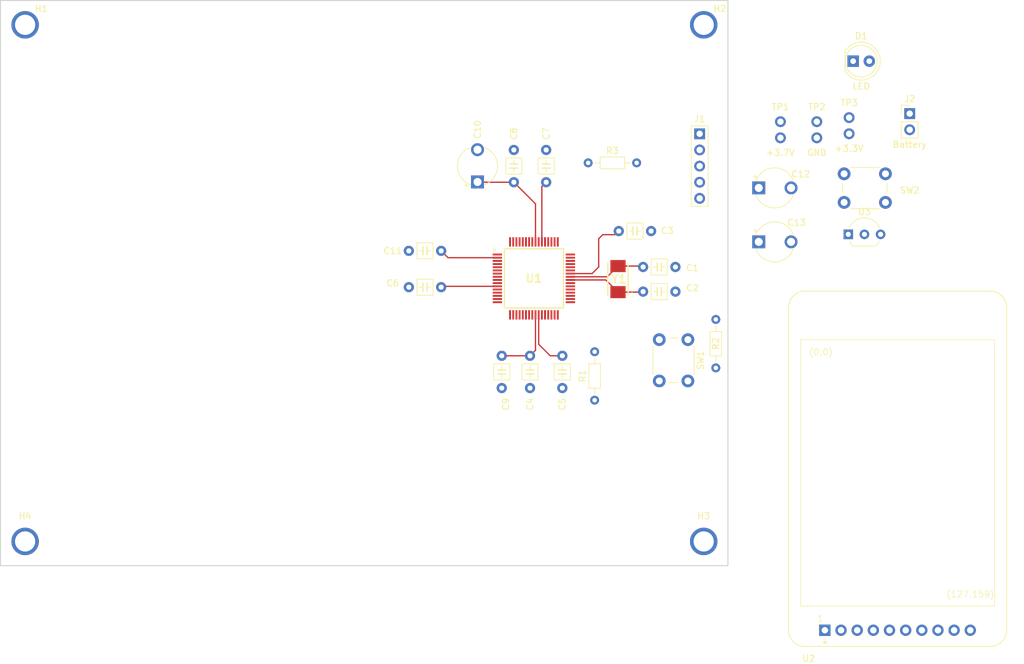
<source format=kicad_pcb>
(kicad_pcb (version 20241229) (generator "pcbnew") (generator_version "9.0")
  (title_block (title "ECE 445L Lab 6") (date "2024-08-07") (rev "v1.0.1") (company "The University of Texas at Austin"))
  (layers (0 "F.Cu" signal) (2 "B.Cu" signal) (13 "F.Paste" user) (15 "B.Paste" user) (5 "F.SilkS" user "F.Silkscreen") (7 "B.SilkS" user "B.Silkscreen") (1 "F.Mask" user) (3 "B.Mask" user) (25 "Edge.Cuts" user))
  (net 0 "")
  (net 1 "/OSC1")
  (net 2 "GND")
  (net 3 "/OSC2")
  (net 4 "+3V3")
  (net 5 "/LDO")
  (net 6 "Net-(U1-~{WAKE})")
  (net 7 "/Reset")
  (net 10 "PD6")
  (net 21 "/+3_7V")
  (net 22 "/TCK")
  (net 25 "/TMS")
  (net 26 "/TDI")
  (net 27 "/TDO")
  (net 30 "PB6")
  (net 31 "PB7")
  (net 32 "PF4")
  (net 33 "PE3")
  (net 34 "PE2")
  (net 35 "PE1")
  (net 36 "PE0")
  (net 37 "PD7")
  (net 38 "PC7")
  (net 39 "PC6")
  (net 40 "PC5")
  (net 41 "PC4")
  (net 42 "PA0")
  (net 43 "PA1")
  (net 44 "PA2")
  (net 45 "PA3")
  (net 46 "PA4")
  (net 47 "PA5")
  (net 48 "PA6")
  (net 49 "PA7")
  (net 50 "PF0")
  (net 51 "PF1")
  (net 52 "PF2")
  (net 53 "PF3")
  (net 54 "PD4")
  (net 55 "PD5")
  (net 56 "PB0")
  (net 57 "PB1")
  (net 58 "PB2")
  (net 59 "PB3")
  (net 60 "PB5")
  (net 61 "PB4")
  (net 62 "PE4")
  (net 63 "PE5")
  (net 64 "PD0")
  (net 65 "PD1")
  (net 66 "PD2")
  (net 67 "PD3")
  (footprint "ECE445L:CP_Radial_Tantal200mil" (layer "F.Cu") (at 150.895 54.87)
    (property "Reference" "C12" (at 6.585 -2.165 0) (layer "F.SilkS"))
    (property "Value" "4.7uF")
    (fp_line (start -0.839749 -1.755) (end -0.239749 -1.755) (stroke (width 0.12)) (layer "F.SilkS"))
    (fp_line (start -0.539749 -2.055) (end -0.539749 -1.455) (stroke (width 0.12)) (layer "F.SilkS"))
    (fp_arc (start -0.434416 -1.0922) (mid 2.5 -3.1522) (end 5.434416 -1.0922) (stroke (width 0.12)) (layer "F.SilkS"))
    (fp_arc (start 5.434416 1.0922) (mid 2.5 3.1522) (end -0.434416 1.0922) (stroke (width 0.12)) (layer "F.SilkS"))
    (pad "1" thru_hole rect (at 0 0) (size 2.032 2.032) (drill 1.27) (layers "*.Cu" "*.Mask") (net 21 "/+3_7V"))
    (pad "2" thru_hole circle (at 5.08 0) (size 2.032 2.032) (drill 1.27) (layers "*.Cu" "*.Mask") (net 2 "GND"))
  )
  (footprint "ECE445L:C_Axial_200mil" (layer "F.Cu") (at 100.965 70.485 180)
    (property "Reference" "C6" (at 7.62 0.635 0) (layer "F.SilkS"))
    (property "Value" "0.1uF")
    (fp_line (start 3.81 1.27) (end 3.81 -1.27) (stroke (width 0.12)) (layer "F.SilkS"))
    (fp_line (start 3.81 -1.27) (end 1.27 -1.27) (stroke (width 0.12)) (layer "F.SilkS"))
    (fp_line (start 3.4925 0) (end 2.8575 0) (stroke (width 0.12)) (layer "F.SilkS"))
    (fp_line (start 2.8575 0.635) (end 2.8575 -0.635) (stroke (width 0.2032)) (layer "F.SilkS"))
    (fp_line (start 2.2225 0.635) (end 2.2225 -0.635) (stroke (width 0.2032)) (layer "F.SilkS"))
    (fp_line (start 2.2225 0) (end 1.5875 0) (stroke (width 0.12)) (layer "F.SilkS"))
    (fp_line (start 1.27 1.27) (end 3.81 1.27) (stroke (width 0.12)) (layer "F.SilkS"))
    (fp_line (start 1.27 -1.27) (end 1.27 1.27) (stroke (width 0.12)) (layer "F.SilkS"))
    (pad "1" thru_hole circle (at 0 0 180) (size 1.6 1.6) (drill 0.8) (layers "*.Cu" "*.Mask") (net 4 "+3V3"))
    (pad "2" thru_hole oval (at 5.08 0 180) (size 1.6 1.6) (drill 0.8) (layers "*.Cu" "*.Mask") (net 2 "GND"))
  )
  (footprint "ECE445L:PinHeader_1x02_P2.54mm_Vertical" (layer "F.Cu") (at 174.625 43.18)
    (property "Reference" "J2" (at 0 -2.33 0) (layer "F.SilkS"))
    (property "Value" "Battery" (at 0 4.87 0) (layer "F.SilkS"))
    (fp_line (start -1.33 -1.33) (end 0 -1.33) (stroke (width 0.12)) (layer "F.SilkS"))
    (fp_line (start -1.33 0) (end -1.33 -1.33) (stroke (width 0.12)) (layer "F.SilkS"))
    (fp_line (start -1.33 1.27) (end -1.33 3.87) (stroke (width 0.12)) (layer "F.SilkS"))
    (fp_line (start -1.33 1.27) (end 1.33 1.27) (stroke (width 0.12)) (layer "F.SilkS"))
    (fp_line (start -1.33 3.87) (end 1.33 3.87) (stroke (width 0.12)) (layer "F.SilkS"))
    (fp_line (start 1.33 1.27) (end 1.33 3.87) (stroke (width 0.12)) (layer "F.SilkS"))
    (pad "1" thru_hole rect (at 0 0) (size 1.7 1.7) (drill 1) (layers "*.Cu" "*.Mask") (net 2 "GND"))
    (pad "2" thru_hole oval (at 0 2.54) (size 1.7 1.7) (drill 1) (layers "*.Cu" "*.Mask") (net 21 "/+3_7V"))
  )
  (footprint "ECE445L:LED_D5.0mm" (layer "F.Cu") (at 165.735 34.925)
    (property "Reference" "D1" (at 1.27 -3.96 0) (layer "F.SilkS"))
    (property "Value" "LED" (at 1.27 3.96 0) (layer "F.SilkS"))
    (fp_line (start -1.29 -1.545) (end -1.29 1.545) (stroke (width 0.12)) (layer "F.SilkS"))
    (fp_arc (start -1.29 -1.54483) (mid 2.072002 -2.880433) (end 4.26 0.000462) (stroke (width 0.12)) (layer "F.SilkS"))
    (fp_arc (start 4.26 -0.000462) (mid 2.072002 2.880433) (end -1.29 1.54483) (stroke (width 0.12)) (layer "F.SilkS"))
    (fp_circle (center 1.27 0) (end 3.77 0) (stroke (width 0.12)) (fill no) (layer "F.SilkS"))
    (pad "1" thru_hole rect (at 0 0) (size 1.8 1.8) (drill 0.9) (layers "*.Cu" "*.Mask"))
    (pad "2" thru_hole circle (at 2.54 0) (size 1.8 1.8) (drill 0.9) (layers "*.Cu" "*.Mask"))
  )
  (footprint "ECE445L:CP_Radial_Tantal200mil" (layer "F.Cu") (at 150.895 63.36)
    (property "Reference" "C13" (at 5.95 -3.035 0) (layer "F.SilkS"))
    (property "Value" "4.7uF")
    (fp_line (start -0.839749 -1.755) (end -0.239749 -1.755) (stroke (width 0.12)) (layer "F.SilkS"))
    (fp_line (start -0.539749 -2.055) (end -0.539749 -1.455) (stroke (width 0.12)) (layer "F.SilkS"))
    (fp_arc (start -0.434416 -1.0922) (mid 2.5 -3.1522) (end 5.434416 -1.0922) (stroke (width 0.12)) (layer "F.SilkS"))
    (fp_arc (start 5.434416 1.0922) (mid 2.5 3.1522) (end -0.434416 1.0922) (stroke (width 0.12)) (layer "F.SilkS"))
    (pad "1" thru_hole rect (at 0 0) (size 2.032 2.032) (drill 1.27) (layers "*.Cu" "*.Mask") (net 4 "+3V3"))
    (pad "2" thru_hole circle (at 5.08 0) (size 2.032 2.032) (drill 1.27) (layers "*.Cu" "*.Mask") (net 2 "GND"))
  )
  (footprint "Button_Switch_THT:SW_PUSH_6mm" (layer "F.Cu") (at 164.315 52.65)
    (property "Reference" "SW2" (at 10.31 2.595 0) (layer "F.SilkS"))
    (property "Value" "Input")
    (fp_line (start -0.25 1.5) (end -0.25 3) (stroke (width 0.12)) (layer "F.SilkS"))
    (fp_line (start 1 5.5) (end 5.5 5.5) (stroke (width 0.12)) (layer "F.SilkS"))
    (fp_line (start 5.5 -1) (end 1 -1) (stroke (width 0.12)) (layer "F.SilkS"))
    (fp_line (start 6.75 3) (end 6.75 1.5) (stroke (width 0.12)) (layer "F.SilkS"))
    (pad "1" thru_hole circle (at 0 0 90) (size 2 2) (drill 1.1) (layers "*.Cu" "*.Mask"))
    (pad "1" thru_hole circle (at 6.5 0 90) (size 2 2) (drill 1.1) (layers "*.Cu" "*.Mask"))
    (pad "2" thru_hole circle (at 0 4.5 90) (size 2 2) (drill 1.1) (layers "*.Cu" "*.Mask"))
    (pad "2" thru_hole circle (at 6.5 4.5 90) (size 2 2) (drill 1.1) (layers "*.Cu" "*.Mask"))
  )
  (footprint "ECE445L:C_Axial_200mil" (layer "F.Cu") (at 132.715 67.31)
    (property "Reference" "C1" (at 7.758 0.138 0) (layer "F.SilkS"))
    (property "Value" "10pF C0G")
    (fp_line (start 1.27 -1.27) (end 1.27 1.27) (stroke (width 0.12)) (layer "F.SilkS"))
    (fp_line (start 1.27 1.27) (end 3.81 1.27) (stroke (width 0.12)) (layer "F.SilkS"))
    (fp_line (start 2.2225 0) (end 1.5875 0) (stroke (width 0.12)) (layer "F.SilkS"))
    (fp_line (start 2.2225 0.635) (end 2.2225 -0.635) (stroke (width 0.2032)) (layer "F.SilkS"))
    (fp_line (start 2.8575 0.635) (end 2.8575 -0.635) (stroke (width 0.2032)) (layer "F.SilkS"))
    (fp_line (start 3.4925 0) (end 2.8575 0) (stroke (width 0.12)) (layer "F.SilkS"))
    (fp_line (start 3.81 -1.27) (end 1.27 -1.27) (stroke (width 0.12)) (layer "F.SilkS"))
    (fp_line (start 3.81 1.27) (end 3.81 -1.27) (stroke (width 0.12)) (layer "F.SilkS"))
    (pad "1" thru_hole circle (at 0 0) (size 1.6 1.6) (drill 0.8) (layers "*.Cu" "*.Mask") (net 1 "/OSC1"))
    (pad "2" thru_hole oval (at 5.08 0) (size 1.6 1.6) (drill 0.8) (layers "*.Cu" "*.Mask") (net 2 "GND"))
  )
  (footprint "ECE445L:C_Axial_200mil" (layer "F.Cu") (at 120.015 81.28 -90)
    (property "Reference" "C5" (at 7.62 0 90) (layer "F.SilkS"))
    (property "Value" "0.01uF")
    (fp_line (start 1.27 1.27) (end 3.81 1.27) (stroke (width 0.12)) (layer "F.SilkS"))
    (fp_line (start 3.81 1.27) (end 3.81 -1.27) (stroke (width 0.12)) (layer "F.SilkS"))
    (fp_line (start 2.2225 0.635) (end 2.2225 -0.635) (stroke (width 0.2032)) (layer "F.SilkS"))
    (fp_line (start 2.8575 0.635) (end 2.8575 -0.635) (stroke (width 0.2032)) (layer "F.SilkS"))
    (fp_line (start 2.2225 0) (end 1.5875 0) (stroke (width 0.12)) (layer "F.SilkS"))
    (fp_line (start 3.4925 0) (end 2.8575 0) (stroke (width 0.12)) (layer "F.SilkS"))
    (fp_line (start 1.27 -1.27) (end 1.27 1.27) (stroke (width 0.12)) (layer "F.SilkS"))
    (fp_line (start 3.81 -1.27) (end 1.27 -1.27) (stroke (width 0.12)) (layer "F.SilkS"))
    (pad "1" thru_hole circle (at 0 0 270) (size 1.6 1.6) (drill 0.8) (layers "*.Cu" "*.Mask") (net 4 "+3V3"))
    (pad "2" thru_hole oval (at 5.08 0 270) (size 1.6 1.6) (drill 0.8) (layers "*.Cu" "*.Mask") (net 2 "GND"))
  )
  (footprint "ECE445L:C_Axial_200mil" (layer "F.Cu") (at 110.49 81.28 -90)
    (property "Reference" "C9" (at 7.62 -0.635 90) (layer "F.SilkS"))
    (property "Value" "1uF")
    (fp_line (start 1.27 1.27) (end 3.81 1.27) (stroke (width 0.12)) (layer "F.SilkS"))
    (fp_line (start 3.81 1.27) (end 3.81 -1.27) (stroke (width 0.12)) (layer "F.SilkS"))
    (fp_line (start 2.2225 0.635) (end 2.2225 -0.635) (stroke (width 0.2032)) (layer "F.SilkS"))
    (fp_line (start 2.8575 0.635) (end 2.8575 -0.635) (stroke (width 0.2032)) (layer "F.SilkS"))
    (fp_line (start 2.2225 0) (end 1.5875 0) (stroke (width 0.12)) (layer "F.SilkS"))
    (fp_line (start 3.4925 0) (end 2.8575 0) (stroke (width 0.12)) (layer "F.SilkS"))
    (fp_line (start 1.27 -1.27) (end 1.27 1.27) (stroke (width 0.12)) (layer "F.SilkS"))
    (fp_line (start 3.81 -1.27) (end 1.27 -1.27) (stroke (width 0.12)) (layer "F.SilkS"))
    (pad "1" thru_hole circle (at 0 0 270) (size 1.6 1.6) (drill 0.8) (layers "*.Cu" "*.Mask") (net 5 "/LDO"))
    (pad "2" thru_hole oval (at 5.08 0 270) (size 1.6 1.6) (drill 0.8) (layers "*.Cu" "*.Mask") (net 2 "GND"))
  )
  (footprint "ECE445L:C_Axial_200mil" (layer "F.Cu") (at 117.475 53.975 90)
    (property "Reference" "C7" (at 7.62 0 90) (layer "F.SilkS"))
    (property "Value" "0.1uF")
    (fp_line (start 3.81 -1.27) (end 1.27 -1.27) (stroke (width 0.12)) (layer "F.SilkS"))
    (fp_line (start 1.27 -1.27) (end 1.27 1.27) (stroke (width 0.12)) (layer "F.SilkS"))
    (fp_line (start 3.4925 0) (end 2.8575 0) (stroke (width 0.12)) (layer "F.SilkS"))
    (fp_line (start 2.2225 0) (end 1.5875 0) (stroke (width 0.12)) (layer "F.SilkS"))
    (fp_line (start 2.8575 0.635) (end 2.8575 -0.635) (stroke (width 0.2032)) (layer "F.SilkS"))
    (fp_line (start 2.2225 0.635) (end 2.2225 -0.635) (stroke (width 0.2032)) (layer "F.SilkS"))
    (fp_line (start 3.81 1.27) (end 3.81 -1.27) (stroke (width 0.12)) (layer "F.SilkS"))
    (fp_line (start 1.27 1.27) (end 3.81 1.27) (stroke (width 0.12)) (layer "F.SilkS"))
    (pad "1" thru_hole circle (at 0 0 90) (size 1.6 1.6) (drill 0.8) (layers "*.Cu" "*.Mask") (net 4 "+3V3"))
    (pad "2" thru_hole oval (at 5.08 0 90) (size 1.6 1.6) (drill 0.8) (layers "*.Cu" "*.Mask") (net 2 "GND"))
  )
  (footprint "Package_TO_SOT_THT:TO-92_Inline_Wide" (layer "F.Cu") (at 164.97 62.175)
    (property "Reference" "U3" (at 2.54 -3.56 0) (layer "F.SilkS"))
    (property "Value" "LP2950-33LPRE3")
    (fp_line (start 0.74 1.85) (end 4.34 1.85) (stroke (width 0.12)) (layer "F.SilkS"))
    (fp_arc (start 0.1836 -1.098807) (mid 1.143021 -2.192817) (end 2.54 -2.6) (stroke (width 0.12)) (layer "F.SilkS"))
    (fp_arc (start 0.74 1.85) (mid 0.446097 1.509328) (end 0.215816 1.122795) (stroke (width 0.12)) (layer "F.SilkS"))
    (fp_arc (start 2.54 -2.6) (mid 3.936979 -2.192818) (end 4.8964 -1.098807) (stroke (width 0.12)) (layer "F.SilkS"))
    (fp_arc (start 4.864184 1.122795) (mid 4.633903 1.509328) (end 4.34 1.85) (stroke (width 0.12)) (layer "F.SilkS"))
    (pad "1" thru_hole rect (at 0 0) (size 1.5 1.5) (drill 0.8) (layers "*.Cu" "*.Mask") (net 4 "+3V3"))
    (pad "2" thru_hole circle (at 2.54 0) (size 1.5 1.5) (drill 0.8) (layers "*.Cu" "*.Mask") (net 2 "GND"))
    (pad "3" thru_hole circle (at 5.08 0) (size 1.5 1.5) (drill 0.8) (layers "*.Cu" "*.Mask") (net 21 "/+3_7V"))
  )
  (footprint "ECE445L:MountingHole_4_40" (layer "F.Cu") (at 35.56 29.21)
    (property "Reference" "H1" (at 2.54 -2.54 0) (layer "F.SilkS"))
    (property "Value" "~")
    (pad "1" thru_hole circle (at 0 0) (size 4.318 4.318) (drill 3.175) (layers "*.Cu" "*.Mask"))
  )
  (footprint "ECE445L:R_Axial_DIN0204_L3.6mm_D1.6mm_P7.62mm_Horizontal" (layer "F.Cu") (at 124.079 50.927)
    (property "Reference" "R3" (at 3.81 -1.92 0) (layer "F.SilkS"))
    (property "Value" "10k")
    (fp_line (start 0.94 0) (end 1.89 0) (stroke (width 0.12)) (layer "F.SilkS"))
    (fp_line (start 1.89 -0.92) (end 1.89 0.92) (stroke (width 0.12)) (layer "F.SilkS"))
    (fp_line (start 1.89 0.92) (end 5.73 0.92) (stroke (width 0.12)) (layer "F.SilkS"))
    (fp_line (start 5.73 -0.92) (end 1.89 -0.92) (stroke (width 0.12)) (layer "F.SilkS"))
    (fp_line (start 5.73 0.92) (end 5.73 -0.92) (stroke (width 0.12)) (layer "F.SilkS"))
    (fp_line (start 6.68 0) (end 5.73 0) (stroke (width 0.12)) (layer "F.SilkS"))
    (pad "1" thru_hole circle (at 0 0) (size 1.4 1.4) (drill 0.7) (layers "*.Cu" "*.Mask"))
    (pad "2" thru_hole oval (at 7.62 0) (size 1.4 1.4) (drill 0.7) (layers "*.Cu" "*.Mask"))
  )
  (footprint "Button_Switch_THT:SW_PUSH_6mm" (layer "F.Cu") (at 139.755 78.74 -90)
    (property "Reference" "SW1" (at 3.25 -2 90) (layer "F.SilkS"))
    (property "Value" "Reset")
    (fp_line (start 1 5.5) (end 5.5 5.5) (stroke (width 0.12)) (layer "F.SilkS"))
    (fp_line (start 6.75 3) (end 6.75 1.5) (stroke (width 0.12)) (layer "F.SilkS"))
    (fp_line (start -0.25 1.5) (end -0.25 3) (stroke (width 0.12)) (layer "F.SilkS"))
    (fp_line (start 5.5 -1) (end 1 -1) (stroke (width 0.12)) (layer "F.SilkS"))
    (pad "1" thru_hole circle (at 0 0) (size 2 2) (drill 1.1) (layers "*.Cu" "*.Mask") (net 2 "GND"))
    (pad "1" thru_hole circle (at 6.5 0) (size 2 2) (drill 1.1) (layers "*.Cu" "*.Mask") (net 2 "GND"))
    (pad "2" thru_hole circle (at 0 4.5) (size 2 2) (drill 1.1) (layers "*.Cu" "*.Mask") (net 7 "/Reset"))
    (pad "2" thru_hole circle (at 6.5 4.5) (size 2 2) (drill 1.1) (layers "*.Cu" "*.Mask") (net 7 "/Reset"))
  )
  (footprint "ECE445L:Testpoint_1x02_P2.54mm" (layer "F.Cu") (at 154.305 44.45)
    (property "Reference" "TP1" (at 0 -2.33 0) (layer "F.SilkS"))
    (property "Value" "+3.7V" (at 0 4.87 0) (layer "F.SilkS"))
    (pad "1" thru_hole circle (at 0 0) (size 1.7 1.7) (drill 1) (layers "*.Cu" "*.Mask") (net 21 "/+3_7V"))
    (pad "2" thru_hole oval (at 0 2.54) (size 1.7 1.7) (drill 1) (layers "*.Cu" "*.Mask") (net 21 "/+3_7V"))
  )
  (footprint "ECE445L:C_Axial_200mil" (layer "F.Cu") (at 132.715 71.185)
    (property "Reference" "C2" (at 7.77425 -0.562 0) (layer "F.SilkS"))
    (property "Value" "10pF C0G")
    (fp_line (start 1.27 -1.27) (end 1.27 1.27) (stroke (width 0.12)) (layer "F.SilkS"))
    (fp_line (start 1.27 1.27) (end 3.81 1.27) (stroke (width 0.12)) (layer "F.SilkS"))
    (fp_line (start 2.2225 0) (end 1.5875 0) (stroke (width 0.12)) (layer "F.SilkS"))
    (fp_line (start 2.2225 0.635) (end 2.2225 -0.635) (stroke (width 0.2032)) (layer "F.SilkS"))
    (fp_line (start 2.8575 0.635) (end 2.8575 -0.635) (stroke (width 0.2032)) (layer "F.SilkS"))
    (fp_line (start 3.4925 0) (end 2.8575 0) (stroke (width 0.12)) (layer "F.SilkS"))
    (fp_line (start 3.81 -1.27) (end 1.27 -1.27) (stroke (width 0.12)) (layer "F.SilkS"))
    (fp_line (start 3.81 1.27) (end 3.81 -1.27) (stroke (width 0.12)) (layer "F.SilkS"))
    (pad "1" thru_hole circle (at 0 0) (size 1.6 1.6) (drill 0.8) (layers "*.Cu" "*.Mask") (net 3 "/OSC2"))
    (pad "2" thru_hole oval (at 5.08 0) (size 1.6 1.6) (drill 0.8) (layers "*.Cu" "*.Mask") (net 2 "GND"))
  )
  (footprint "ECE445L:PinHeader_1x05_P2.54mm_Vertical" (layer "F.Cu") (at 141.605 46.355)
    (property "Reference" "J1" (at 0 -2.33 0) (layer "F.SilkS"))
    (property "Value" "JTAG")
    (fp_line (start -1.33 -1.27) (end -1.33 11.43) (stroke (width 0.12)) (layer "F.SilkS"))
    (fp_line (start -1.33 -1.27) (end 1.33 -1.27) (stroke (width 0.12)) (layer "F.SilkS"))
    (fp_line (start -1.33 11.43) (end 1.33 11.43) (stroke (width 0.12)) (layer "F.SilkS"))
    (fp_line (start 1.33 -1.27) (end 1.33 11.43) (stroke (width 0.12)) (layer "F.SilkS"))
    (pad "1" thru_hole rect (at 0 0) (size 1.7 1.7) (drill 1) (layers "*.Cu" "*.Mask") (net 2 "GND"))
    (pad "2" thru_hole oval (at 0 2.54) (size 1.7 1.7) (drill 1) (layers "*.Cu" "*.Mask") (net 22 "/TCK"))
    (pad "3" thru_hole oval (at 0 5.08) (size 1.7 1.7) (drill 1) (layers "*.Cu" "*.Mask") (net 25 "/TMS"))
    (pad "4" thru_hole oval (at 0 7.62) (size 1.7 1.7) (drill 1) (layers "*.Cu" "*.Mask") (net 27 "/TDO"))
    (pad "5" thru_hole oval (at 0 10.16) (size 1.7 1.7) (drill 1) (layers "*.Cu" "*.Mask") (net 26 "/TDI"))
  )
  (footprint "ECE445L:QFP50P1200X1200X160-64N" (layer "F.Cu") (at 115.547 69.1)
    (property "Reference" "U1" (at 0 0 0) (layer "F.SilkS") (effects (font (size 1.27 1.27) (thickness 0.254))))
    (property "Value" "TM4C123GH6PMIR" (hide yes))
    (fp_line (start -4.65 -4.65) (end 4.65 -4.65) (stroke (width 0.2)) (layer "F.SilkS"))
    (fp_line (start -4.65 4.65) (end -4.65 -4.65) (stroke (width 0.2)) (layer "F.SilkS"))
    (fp_line (start 4.65 -4.65) (end 4.65 4.65) (stroke (width 0.2)) (layer "F.SilkS"))
    (fp_line (start 4.65 4.65) (end -4.65 4.65) (stroke (width 0.2)) (layer "F.SilkS"))
    (fp_circle (center -6.225 -4.5) (end -6.225 -4.375) (stroke (width 0.25)) (fill no) (layer "F.SilkS"))
    (pad "1" smd rect (at -5.738 -3.75 90) (size 0.3 1.475) (layers "F.Cu" "F.Mask" "F.Paste") (net 30 "PB6"))
    (pad "2" smd rect (at -5.738 -3.25 90) (size 0.3 1.475) (layers "F.Cu" "F.Mask" "F.Paste") (net 4 "+3V3"))
    (pad "3" smd rect (at -5.738 -2.75 90) (size 0.3 1.475) (layers "F.Cu" "F.Mask" "F.Paste") (net 2 "GND"))
    (pad "4" smd rect (at -5.738 -2.25 90) (size 0.3 1.475) (layers "F.Cu" "F.Mask" "F.Paste") (net 31 "PB7"))
    (pad "5" smd rect (at -5.738 -1.75 90) (size 0.3 1.475) (layers "F.Cu" "F.Mask" "F.Paste") (net 32 "PF4"))
    (pad "6" smd rect (at -5.738 -1.25 90) (size 0.3 1.475) (layers "F.Cu" "F.Mask" "F.Paste") (net 33 "PE3"))
    (pad "7" smd rect (at -5.738 -0.75 90) (size 0.3 1.475) (layers "F.Cu" "F.Mask" "F.Paste") (net 34 "PE2"))
    (pad "8" smd rect (at -5.738 -0.25 90) (size 0.3 1.475) (layers "F.Cu" "F.Mask" "F.Paste") (net 35 "PE1"))
    (pad "9" smd rect (at -5.738 0.25 90) (size 0.3 1.475) (layers "F.Cu" "F.Mask" "F.Paste") (net 36 "PE0"))
    (pad "10" smd rect (at -5.738 0.75 90) (size 0.3 1.475) (layers "F.Cu" "F.Mask" "F.Paste") (net 37 "PD7"))
    (pad "11" smd rect (at -5.738 1.25 90) (size 0.3 1.475) (layers "F.Cu" "F.Mask" "F.Paste") (net 4 "+3V3"))
    (pad "12" smd rect (at -5.738 1.75 90) (size 0.3 1.475) (layers "F.Cu" "F.Mask" "F.Paste") (net 2 "GND"))
    (pad "13" smd rect (at -5.738 2.25 90) (size 0.3 1.475) (layers "F.Cu" "F.Mask" "F.Paste") (net 38 "PC7"))
    (pad "14" smd rect (at -5.738 2.75 90) (size 0.3 1.475) (layers "F.Cu" "F.Mask" "F.Paste") (net 39 "PC6"))
    (pad "15" smd rect (at -5.738 3.25 90) (size 0.3 1.475) (layers "F.Cu" "F.Mask" "F.Paste") (net 40 "PC5"))
    (pad "16" smd rect (at -5.738 3.75 90) (size 0.3 1.475) (layers "F.Cu" "F.Mask" "F.Paste") (net 41 "PC4"))
    (pad "17" smd rect (at -3.75 5.738) (size 0.3 1.475) (layers "F.Cu" "F.Mask" "F.Paste") (net 42 "PA0"))
    (pad "18" smd rect (at -3.25 5.738) (size 0.3 1.475) (layers "F.Cu" "F.Mask" "F.Paste") (net 43 "PA1"))
    (pad "19" smd rect (at -2.75 5.738) (size 0.3 1.475) (layers "F.Cu" "F.Mask" "F.Paste") (net 44 "PA2"))
    (pad "20" smd rect (at -2.25 5.738) (size 0.3 1.475) (layers "F.Cu" "F.Mask" "F.Paste") (net 45 "PA3"))
    (pad "21" smd rect (at -1.75 5.738) (size 0.3 1.475) (layers "F.Cu" "F.Mask" "F.Paste") (net 46 "PA4"))
    (pad "22" smd rect (at -1.25 5.738) (size 0.3 1.475) (layers "F.Cu" "F.Mask" "F.Paste") (net 47 "PA5"))
    (pad "23" smd rect (at -0.75 5.738) (size 0.3 1.475) (layers "F.Cu" "F.Mask" "F.Paste") (net 48 "PA6"))
    (pad "24" smd rect (at -0.25 5.738) (size 0.3 1.475) (layers "F.Cu" "F.Mask" "F.Paste") (net 49 "PA7"))
    (pad "25" smd rect (at 0.25 5.738) (size 0.3 1.475) (layers "F.Cu" "F.Mask" "F.Paste") (net 5 "/LDO"))
    (pad "26" smd rect (at 0.75 5.738) (size 0.3 1.475) (layers "F.Cu" "F.Mask" "F.Paste") (net 4 "+3V3"))
    (pad "27" smd rect (at 1.25 5.738) (size 0.3 1.475) (layers "F.Cu" "F.Mask" "F.Paste") (net 2 "GND"))
    (pad "28" smd rect (at 1.75 5.738) (size 0.3 1.475) (layers "F.Cu" "F.Mask" "F.Paste") (net 50 "PF0"))
    (pad "29" smd rect (at 2.25 5.738) (size 0.3 1.475) (layers "F.Cu" "F.Mask" "F.Paste") (net 51 "PF1"))
    (pad "30" smd rect (at 2.75 5.738) (size 0.3 1.475) (layers "F.Cu" "F.Mask" "F.Paste") (net 52 "PF2"))
    (pad "31" smd rect (at 3.25 5.738) (size 0.3 1.475) (layers "F.Cu" "F.Mask" "F.Paste") (net 53 "PF3"))
    (pad "32" smd rect (at 3.75 5.738) (size 0.3 1.475) (layers "F.Cu" "F.Mask" "F.Paste") (net 6 "Net-(U1-~{WAKE})"))
    (pad "33" smd rect (at 5.738 3.75 90) (size 0.3 1.475) (layers "F.Cu" "F.Mask" "F.Paste"))
    (pad "34" smd rect (at 5.738 3.25 90) (size 0.3 1.475) (layers "F.Cu" "F.Mask" "F.Paste") (net 2 "GND"))
    (pad "35" smd rect (at 5.738 2.75 90) (size 0.3 1.475) (layers "F.Cu" "F.Mask" "F.Paste") (net 2 "GND"))
    (pad "36" smd rect (at 5.738 2.25 90) (size 0.3 1.475) (layers "F.Cu" "F.Mask" "F.Paste"))
    (pad "37" smd rect (at 5.738 1.75 90) (size 0.3 1.475) (layers "F.Cu" "F.Mask" "F.Paste") (net 4 "+3V3"))
    (pad "38" smd rect (at 5.738 1.25 90) (size 0.3 1.475) (layers "F.Cu" "F.Mask" "F.Paste") (net 7 "/Reset"))
    (pad "39" smd rect (at 5.738 0.75 90) (size 0.3 1.475) (layers "F.Cu" "F.Mask" "F.Paste") (net 2 "GND"))
    (pad "40" smd rect (at 5.738 0.25 90) (size 0.3 1.475) (layers "F.Cu" "F.Mask" "F.Paste") (net 3 "/OSC2"))
    (pad "41" smd rect (at 5.738 -0.25 90) (size 0.3 1.475) (layers "F.Cu" "F.Mask" "F.Paste") (net 1 "/OSC1"))
    (pad "42" smd rect (at 5.738 -0.75 90) (size 0.3 1.475) (layers "F.Cu" "F.Mask" "F.Paste") (net 4 "+3V3"))
    (pad "43" smd rect (at 5.738 -1.25 90) (size 0.3 1.475) (layers "F.Cu" "F.Mask" "F.Paste") (net 54 "PD4"))
    (pad "44" smd rect (at 5.738 -1.75 90) (size 0.3 1.475) (layers "F.Cu" "F.Mask" "F.Paste") (net 55 "PD5"))
    (pad "45" smd rect (at 5.738 -2.25 90) (size 0.3 1.475) (layers "F.Cu" "F.Mask" "F.Paste") (net 56 "PB0"))
    (pad "46" smd rect (at 5.738 -2.75 90) (size 0.3 1.475) (layers "F.Cu" "F.Mask" "F.Paste") (net 57 "PB1"))
    (pad "47" smd rect (at 5.738 -3.25 90) (size 0.3 1.475) (layers "F.Cu" "F.Mask" "F.Paste") (net 58 "PB2"))
    (pad "48" smd rect (at 5.738 -3.75 90) (size 0.3 1.475) (layers "F.Cu" "F.Mask" "F.Paste") (net 59 "PB3"))
    (pad "49" smd rect (at 3.75 -5.738) (size 0.3 1.475) (layers "F.Cu" "F.Mask" "F.Paste") (net 27 "/TDO"))
    (pad "50" smd rect (at 3.25 -5.738) (size 0.3 1.475) (layers "F.Cu" "F.Mask" "F.Paste") (net 26 "/TDI"))
    (pad "51" smd rect (at 2.75 -5.738) (size 0.3 1.475) (layers "F.Cu" "F.Mask" "F.Paste") (net 25 "/TMS"))
    (pad "52" smd rect (at 2.25 -5.738) (size 0.3 1.475) (layers "F.Cu" "F.Mask" "F.Paste") (net 22 "/TCK"))
    (pad "53" smd rect (at 1.75 -5.738) (size 0.3 1.475) (layers "F.Cu" "F.Mask" "F.Paste") (net 10 "PD6"))
    (pad "54" smd rect (at 1.25 -5.738) (size 0.3 1.475) (layers "F.Cu" "F.Mask" "F.Paste") (net 4 "+3V3"))
    (pad "55" smd rect (at 0.75 -5.738) (size 0.3 1.475) (layers "F.Cu" "F.Mask" "F.Paste") (net 2 "GND"))
    (pad "56" smd rect (at 0.25 -5.738) (size 0.3 1.475) (layers "F.Cu" "F.Mask" "F.Paste") (net 5 "/LDO"))
    (pad "57" smd rect (at -0.25 -5.738) (size 0.3 1.475) (layers "F.Cu" "F.Mask" "F.Paste") (net 60 "PB5"))
    (pad "58" smd rect (at -0.75 -5.738) (size 0.3 1.475) (layers "F.Cu" "F.Mask" "F.Paste") (net 61 "PB4"))
    (pad "59" smd rect (at -1.25 -5.738) (size 0.3 1.475) (layers "F.Cu" "F.Mask" "F.Paste") (net 62 "PE4"))
    (pad "60" smd rect (at -1.75 -5.738) (size 0.3 1.475) (layers "F.Cu" "F.Mask" "F.Paste") (net 63 "PE5"))
    (pad "61" smd rect (at -2.25 -5.738) (size 0.3 1.475) (layers "F.Cu" "F.Mask" "F.Paste") (net 64 "PD0"))
    (pad "62" smd rect (at -2.75 -5.738) (size 0.3 1.475) (layers "F.Cu" "F.Mask" "F.Paste") (net 65 "PD1"))
    (pad "63" smd rect (at -3.25 -5.738) (size 0.3 1.475) (layers "F.Cu" "F.Mask" "F.Paste") (net 66 "PD2"))
    (pad "64" smd rect (at -3.75 -5.738) (size 0.3 1.475) (layers "F.Cu" "F.Mask" "F.Paste") (net 67 "PD3"))
  )
  (footprint "ECE445L:MountingHole_4_40" (layer "F.Cu") (at 35.56 110.49)
    (property "Reference" "H4" (at 0 -4 0) (layer "F.SilkS"))
    (property "Value" "~")
    (pad "1" thru_hole circle (at 0 0) (size 4.318 4.318) (drill 3.175) (layers "*.Cu" "*.Mask"))
  )
  (footprint "ECE445L:R_Axial_DIN0204_L3.6mm_D1.6mm_P7.62mm_Horizontal" (layer "F.Cu") (at 144.145 75.565 -90)
    (property "Reference" "R2" (at 3.81 0 90) (layer "F.SilkS"))
    (property "Value" "10k")
    (fp_line (start 1.89 0.92) (end 5.73 0.92) (stroke (width 0.12)) (layer "F.SilkS"))
    (fp_line (start 5.73 0.92) (end 5.73 -0.92) (stroke (width 0.12)) (layer "F.SilkS"))
    (fp_line (start 0.94 0) (end 1.89 0) (stroke (width 0.12)) (layer "F.SilkS"))
    (fp_line (start 6.68 0) (end 5.73 0) (stroke (width 0.12)) (layer "F.SilkS"))
    (fp_line (start 1.89 -0.92) (end 1.89 0.92) (stroke (width 0.12)) (layer "F.SilkS"))
    (fp_line (start 5.73 -0.92) (end 1.89 -0.92) (stroke (width 0.12)) (layer "F.SilkS"))
    (pad "1" thru_hole circle (at 0 0 270) (size 1.4 1.4) (drill 0.7) (layers "*.Cu" "*.Mask") (net 4 "+3V3"))
    (pad "2" thru_hole oval (at 7.62 0 270) (size 1.4 1.4) (drill 0.7) (layers "*.Cu" "*.Mask") (net 7 "/Reset"))
  )
  (footprint "ECE445L:C_Axial_200mil" (layer "F.Cu") (at 114.935 81.28 -90)
    (property "Reference" "C4" (at 7.62 0 90) (layer "F.SilkS"))
    (property "Value" "0.1uF")
    (fp_line (start 1.27 1.27) (end 3.81 1.27) (stroke (width 0.12)) (layer "F.SilkS"))
    (fp_line (start 3.81 1.27) (end 3.81 -1.27) (stroke (width 0.12)) (layer "F.SilkS"))
    (fp_line (start 2.2225 0.635) (end 2.2225 -0.635) (stroke (width 0.2032)) (layer "F.SilkS"))
    (fp_line (start 2.8575 0.635) (end 2.8575 -0.635) (stroke (width 0.2032)) (layer "F.SilkS"))
    (fp_line (start 2.2225 0) (end 1.5875 0) (stroke (width 0.12)) (layer "F.SilkS"))
    (fp_line (start 3.4925 0) (end 2.8575 0) (stroke (width 0.12)) (layer "F.SilkS"))
    (fp_line (start 1.27 -1.27) (end 1.27 1.27) (stroke (width 0.12)) (layer "F.SilkS"))
    (fp_line (start 3.81 -1.27) (end 1.27 -1.27) (stroke (width 0.12)) (layer "F.SilkS"))
    (pad "1" thru_hole circle (at 0 0 270) (size 1.6 1.6) (drill 0.8) (layers "*.Cu" "*.Mask") (net 5 "/LDO"))
    (pad "2" thru_hole oval (at 5.08 0 270) (size 1.6 1.6) (drill 0.8) (layers "*.Cu" "*.Mask") (net 2 "GND"))
  )
  (footprint "ECE445L:C_Axial_200mil" (layer "F.Cu") (at 128.88875 61.66)
    (property "Reference" "C3" (at 7.63625 -0.065 0) (layer "F.SilkS"))
    (property "Value" "1uF")
    (fp_line (start 1.27 -1.27) (end 1.27 1.27) (stroke (width 0.12)) (layer "F.SilkS"))
    (fp_line (start 1.27 1.27) (end 3.81 1.27) (stroke (width 0.12)) (layer "F.SilkS"))
    (fp_line (start 2.2225 0) (end 1.5875 0) (stroke (width 0.12)) (layer "F.SilkS"))
    (fp_line (start 2.2225 0.635) (end 2.2225 -0.635) (stroke (width 0.2032)) (layer "F.SilkS"))
    (fp_line (start 2.8575 0.635) (end 2.8575 -0.635) (stroke (width 0.2032)) (layer "F.SilkS"))
    (fp_line (start 3.4925 0) (end 2.8575 0) (stroke (width 0.12)) (layer "F.SilkS"))
    (fp_line (start 3.81 -1.27) (end 1.27 -1.27) (stroke (width 0.12)) (layer "F.SilkS"))
    (fp_line (start 3.81 1.27) (end 3.81 -1.27) (stroke (width 0.12)) (layer "F.SilkS"))
    (pad "1" thru_hole circle (at 0 0) (size 1.6 1.6) (drill 0.8) (layers "*.Cu" "*.Mask") (net 4 "+3V3"))
    (pad "2" thru_hole oval (at 5.08 0) (size 1.6 1.6) (drill 0.8) (layers "*.Cu" "*.Mask") (net 2 "GND"))
  )
  (footprint "ECE445L:Testpoint_1x02_P2.54mm" (layer "F.Cu") (at 165.1 43.81)
    (property "Reference" "TP3" (at 0 -2.33 0) (layer "F.SilkS"))
    (property "Value" "+3.3V" (at 0 4.87 0) (layer "F.SilkS"))
    (pad "1" thru_hole circle (at 0 0) (size 1.7 1.7) (drill 1) (layers "*.Cu" "*.Mask") (net 4 "+3V3"))
    (pad "2" thru_hole oval (at 0 2.54) (size 1.7 1.7) (drill 1) (layers "*.Cu" "*.Mask") (net 4 "+3V3"))
  )
  (footprint "ECE445L:C_Axial_200mil" (layer "F.Cu") (at 100.965 64.77 180)
    (property "Reference" "C11" (at 7.62 0 0) (layer "F.SilkS"))
    (property "Value" "0.01uF")
    (fp_line (start 3.81 1.27) (end 3.81 -1.27) (stroke (width 0.12)) (layer "F.SilkS"))
    (fp_line (start 3.81 -1.27) (end 1.27 -1.27) (stroke (width 0.12)) (layer "F.SilkS"))
    (fp_line (start 3.4925 0) (end 2.8575 0) (stroke (width 0.12)) (layer "F.SilkS"))
    (fp_line (start 2.8575 0.635) (end 2.8575 -0.635) (stroke (width 0.2032)) (layer "F.SilkS"))
    (fp_line (start 2.2225 0.635) (end 2.2225 -0.635) (stroke (width 0.2032)) (layer "F.SilkS"))
    (fp_line (start 2.2225 0) (end 1.5875 0) (stroke (width 0.12)) (layer "F.SilkS"))
    (fp_line (start 1.27 1.27) (end 3.81 1.27) (stroke (width 0.12)) (layer "F.SilkS"))
    (fp_line (start 1.27 -1.27) (end 1.27 1.27) (stroke (width 0.12)) (layer "F.SilkS"))
    (pad "1" thru_hole circle (at 0 0 180) (size 1.6 1.6) (drill 0.8) (layers "*.Cu" "*.Mask") (net 4 "+3V3"))
    (pad "2" thru_hole oval (at 5.08 0 180) (size 1.6 1.6) (drill 0.8) (layers "*.Cu" "*.Mask") (net 2 "GND"))
  )
  (footprint "ECE445L:adafruit_st7735r2" (layer "F.Cu") (at 172.72 99.06)
    (property "Reference" "U2" (at -13.97 29.845 0) (layer "F.SilkS"))
    (property "Value" "Adafruit ST7735R")
    (fp_line (start -17.145 -25.4) (end -17.145 25.4) (stroke (width 0.127)) (layer "F.SilkS"))
    (fp_line (start -14.605 27.94) (end 14.605 27.94) (stroke (width 0.127)) (layer "F.SilkS"))
    (fp_line (start 14.605 -27.94) (end -14.605 -27.94) (stroke (width 0.127)) (layer "F.SilkS"))
    (fp_line (start 17.145 25.4) (end 17.145 -25.4) (stroke (width 0.127)) (layer "F.SilkS"))
    (fp_rect (start -15.24 -20.32) (end 15.24 21.59) (stroke (width 0.1)) (fill no) (layer "F.SilkS"))
    (fp_arc (start -17.145 -25.4) (mid -16.401051 -27.196051) (end -14.605 -27.94) (stroke (width 0.127)) (layer "F.SilkS"))
    (fp_arc (start -14.605 27.94) (mid -16.401051 27.196051) (end -17.145 25.4) (stroke (width 0.127)) (layer "F.SilkS"))
    (fp_arc (start 14.605 -27.94) (mid 16.401051 -27.196051) (end 17.145 -25.4) (stroke (width 0.127)) (layer "F.SilkS"))
    (fp_arc (start 17.145 25.4) (mid 16.401051 27.196051) (end 14.605 27.94) (stroke (width 0.127)) (layer "F.SilkS"))
    (fp_circle (center -11.43 27.305) (end -11.2776 27.305) (stroke (width 0.2032)) (fill no) (layer "F.SilkS"))
    (fp_text user "(0,0)" (at -13.97 -17.78 0) (layer "F.SilkS") (effects (font (thickness 0.1)) (justify left bottom)))
    (fp_text user "1" (at -12.7 24.13 0) (layer "F.SilkS") (effects (font (thickness 0.1)) (justify left bottom)))
    (fp_text user "(127,159)" (at 7.62 20.32 0) (layer "F.SilkS") (effects (font (thickness 0.1)) (justify left bottom)))
    (pad "" np_thru_hole circle (at -14.605 -25.4 90) (size 2.2 2.2) (drill 2.2) (layers "*.Cu" "*.Mask"))
    (pad "" np_thru_hole circle (at -14.605 25.4 90) (size 2.2 2.2) (drill 2.2) (layers "*.Cu" "*.Mask"))
    (pad "" np_thru_hole circle (at 14.605 -25.4 90) (size 2.2 2.2) (drill 2.2) (layers "*.Cu" "*.Mask"))
    (pad "" np_thru_hole circle (at 14.605 25.4 90) (size 2.2 2.2) (drill 2.2) (layers "*.Cu" "*.Mask"))
    (pad "1" thru_hole rect (at -11.43 25.4 90) (size 1.778 1.778) (drill 1.016) (layers "*.Cu" "*.Mask"))
    (pad "2" thru_hole circle (at -8.89 25.4 90) (size 1.778 1.778) (drill 1.016) (layers "*.Cu" "*.Mask"))
    (pad "3" thru_hole circle (at -6.35 25.4 90) (size 1.778 1.778) (drill 1.016) (layers "*.Cu" "*.Mask"))
    (pad "4" thru_hole circle (at -3.81 25.4 90) (size 1.778 1.778) (drill 1.016) (layers "*.Cu" "*.Mask"))
    (pad "5" thru_hole circle (at -1.27 25.4 90) (size 1.778 1.778) (drill 1.016) (layers "*.Cu" "*.Mask"))
    (pad "6" thru_hole circle (at 1.27 25.4 90) (size 1.778 1.778) (drill 1.016) (layers "*.Cu" "*.Mask"))
    (pad "7" thru_hole circle (at 3.81 25.4 90) (size 1.778 1.778) (drill 1.016) (layers "*.Cu" "*.Mask"))
    (pad "8" thru_hole circle (at 6.35 25.4 90) (size 1.778 1.778) (drill 1.016) (layers "*.Cu" "*.Mask"))
    (pad "9" thru_hole circle (at 8.89 25.4 90) (size 1.778 1.778) (drill 1.016) (layers "*.Cu" "*.Mask"))
    (pad "10" thru_hole circle (at 11.43 25.4 90) (size 1.778 1.778) (drill 1.016) (layers "*.Cu" "*.Mask"))
  )
  (footprint "ECE445L:R_Axial_DIN0204_L3.6mm_D1.6mm_P7.62mm_Horizontal" (layer "F.Cu") (at 125.095 88.265 90)
    (property "Reference" "R1" (at 3.81 -1.92 90) (layer "F.SilkS"))
    (property "Value" "1M")
    (fp_line (start 5.73 -0.92) (end 1.89 -0.92) (stroke (width 0.12)) (layer "F.SilkS"))
    (fp_line (start 1.89 -0.92) (end 1.89 0.92) (stroke (width 0.12)) (layer "F.SilkS"))
    (fp_line (start 6.68 0) (end 5.73 0) (stroke (width 0.12)) (layer "F.SilkS"))
    (fp_line (start 0.94 0) (end 1.89 0) (stroke (width 0.12)) (layer "F.SilkS"))
    (fp_line (start 5.73 0.92) (end 5.73 -0.92) (stroke (width 0.12)) (layer "F.SilkS"))
    (fp_line (start 1.89 0.92) (end 5.73 0.92) (stroke (width 0.12)) (layer "F.SilkS"))
    (pad "1" thru_hole circle (at 0 0 90) (size 1.4 1.4) (drill 0.7) (layers "*.Cu" "*.Mask") (net 4 "+3V3"))
    (pad "2" thru_hole oval (at 7.62 0 90) (size 1.4 1.4) (drill 0.7) (layers "*.Cu" "*.Mask") (net 6 "Net-(U1-~{WAKE})"))
  )
  (footprint "ECE445L:C_Axial_200mil" (layer "F.Cu") (at 112.395 53.975 90)
    (property "Reference" "C8" (at 7.62 0 90) (layer "F.SilkS"))
    (property "Value" "0.1uF")
    (fp_line (start 3.81 -1.27) (end 1.27 -1.27) (stroke (width 0.12)) (layer "F.SilkS"))
    (fp_line (start 1.27 -1.27) (end 1.27 1.27) (stroke (width 0.12)) (layer "F.SilkS"))
    (fp_line (start 3.4925 0) (end 2.8575 0) (stroke (width 0.12)) (layer "F.SilkS"))
    (fp_line (start 2.2225 0) (end 1.5875 0) (stroke (width 0.12)) (layer "F.SilkS"))
    (fp_line (start 2.8575 0.635) (end 2.8575 -0.635) (stroke (width 0.2032)) (layer "F.SilkS"))
    (fp_line (start 2.2225 0.635) (end 2.2225 -0.635) (stroke (width 0.2032)) (layer "F.SilkS"))
    (fp_line (start 3.81 1.27) (end 3.81 -1.27) (stroke (width 0.12)) (layer "F.SilkS"))
    (fp_line (start 1.27 1.27) (end 3.81 1.27) (stroke (width 0.12)) (layer "F.SilkS"))
    (pad "1" thru_hole circle (at 0 0 90) (size 1.6 1.6) (drill 0.8) (layers "*.Cu" "*.Mask") (net 5 "/LDO"))
    (pad "2" thru_hole oval (at 5.08 0 90) (size 1.6 1.6) (drill 0.8) (layers "*.Cu" "*.Mask") (net 2 "GND"))
  )
  (footprint "ECE445L:CP_Radial_Tantal200mil" (layer "F.Cu") (at 106.68 53.935 90)
    (property "Reference" "C10" (at 8.255 0 90) (layer "F.SilkS"))
    (property "Value" "2.2uF")
    (fp_line (start -0.539749 -2.055) (end -0.539749 -1.455) (stroke (width 0.12)) (layer "F.SilkS"))
    (fp_line (start -0.839749 -1.755) (end -0.239749 -1.755) (stroke (width 0.12)) (layer "F.SilkS"))
    (fp_arc (start -0.434416 -1.0922) (mid 2.5 -3.1522) (end 5.434416 -1.0922) (stroke (width 0.12)) (layer "F.SilkS"))
    (fp_arc (start 5.434416 1.0922) (mid 2.5 3.1522) (end -0.434416 1.0922) (stroke (width 0.12)) (layer "F.SilkS"))
    (pad "1" thru_hole rect (at 0 0 90) (size 2.032 2.032) (drill 1.27) (layers "*.Cu" "*.Mask") (net 5 "/LDO"))
    (pad "2" thru_hole circle (at 5.08 0 90) (size 2.032 2.032) (drill 1.27) (layers "*.Cu" "*.Mask") (net 2 "GND"))
  )
  (footprint "ECE445L:Testpoint_1x02_P2.54mm" (layer "F.Cu") (at 160.02 44.45)
    (property "Reference" "TP2" (at 0 -2.33 0) (layer "F.SilkS"))
    (property "Value" "GND" (at 0 4.87 0) (layer "F.SilkS"))
    (pad "1" thru_hole circle (at 0 0) (size 1.7 1.7) (drill 1) (layers "*.Cu" "*.Mask") (net 2 "GND"))
    (pad "2" thru_hole oval (at 0 2.54) (size 1.7 1.7) (drill 1) (layers "*.Cu" "*.Mask") (net 2 "GND"))
  )
  (footprint "ECE445L:MountingHole_4_40" (layer "F.Cu") (at 142.24 110.49)
    (property "Reference" "H3" (at 0 -4 0) (layer "F.SilkS"))
    (property "Value" "~")
    (pad "1" thru_hole circle (at 0 0) (size 4.318 4.318) (drill 3.175) (layers "*.Cu" "*.Mask"))
  )
  (footprint "ECE445L:ABM3" (layer "F.Cu") (at 128.767 69.215 90)
    (property "Reference" "Y1" (at 0 0.138 0) (layer "F.SilkS") (effects (font (size 1.27 1.27) (thickness 0.254))))
    (property "Value" "ABM3-16.000MHZ-B2-T" (hide yes))
    (fp_line (start -2.5 -1.6) (end 2.5 -1.6) (stroke (width 0.2)) (layer "F.SilkS"))
    (fp_line (start -2.5 1.6) (end 2.4 1.6) (stroke (width 0.2)) (layer "F.SilkS"))
    (fp_line (start -2.1 2.2) (end -2.1 2.2) (stroke (width 0.1)) (layer "F.SilkS"))
    (fp_line (start -2.2 2.2) (end -2.2 2.2) (stroke (width 0.1)) (layer "F.SilkS"))
    (fp_arc (start -2.1 2.2) (mid -2.15 2.25) (end -2.2 2.2) (stroke (width 0.1)) (layer "F.SilkS"))
    (fp_arc (start -2.2 2.2) (mid -2.15 2.15) (end -2.1 2.2) (stroke (width 0.1)) (layer "F.SilkS"))
    (pad "1" smd rect (at -2.05 0 90) (size 1.9 2.4) (layers "F.Cu" "F.Mask" "F.Paste") (net 3 "/OSC2"))
    (pad "2" smd rect (at 2.05 0 90) (size 1.9 2.4) (layers "F.Cu" "F.Mask" "F.Paste") (net 1 "/OSC1"))
  )
  (footprint "ECE445L:MountingHole_4_40" (layer "F.Cu") (at 142.24 29.21)
    (property "Reference" "H2" (at 2.54 -2.54 0) (layer "F.SilkS"))
    (property "Value" "~")
    (pad "1" thru_hole circle (at 0 0) (size 4.318 4.318) (drill 3.175) (layers "*.Cu" "*.Mask"))
  )
  (gr_rect (start 31.685 25.38) (end 146.05 114.3) (stroke (width 0.15)) (fill no) (layer "Edge.Cuts"))
  (segment (start 127.082 68.85) (end 128.767 67.165) (width 0.2) (layer "F.Cu") (net 1))
  (segment (start 132.57 67.165) (end 132.715 67.31) (width 0.2) (layer "F.Cu") (net 1))
  (segment (start 128.767 67.165) (end 132.57 67.165) (width 0.2) (layer "F.Cu") (net 1))
  (segment (start 121.285 68.85) (end 127.082 68.85) (width 0.2) (layer "F.Cu") (net 1))
  (segment (start 126.852 69.35) (end 128.767 71.265) (width 0.2) (layer "F.Cu") (net 3))
  (segment (start 128.767 71.265) (end 132.635 71.265) (width 0.2) (layer "F.Cu") (net 3))
  (segment (start 132.57 70.63) (end 132.715 70.485) (width 0.15) (layer "F.Cu") (net 3))
  (segment (start 121.285 69.35) (end 126.852 69.35) (width 0.2) (layer "F.Cu") (net 3))
  (segment (start 132.635 71.265) (end 132.715 71.185) (width 0.2) (layer "F.Cu") (net 3))
  (segment (start 118.11 81.28) (end 120.015 81.28) (width 0.2) (layer "F.Cu") (net 4))
  (segment (start 121.285 68.35) (end 124.69 68.35) (width 0.2) (layer "F.Cu") (net 4))
  (segment (start 124.69 68.35) (end 125.73 67.31) (width 0.2) (layer "F.Cu") (net 4))
  (segment (start 116.797 63.362) (end 116.797 54.653) (width 0.2) (layer "F.Cu") (net 4))
  (segment (start 116.797 54.653) (end 117.475 53.975) (width 0.2) (layer "F.Cu") (net 4))
  (segment (start 126.365 62.23) (end 128.31875 62.23) (width 0.2) (layer "F.Cu") (net 4))
  (segment (start 116.297 74.838) (end 116.297 79.467) (width 0.2) (layer "F.Cu") (net 4))
  (segment (start 128.31875 62.23) (end 128.88875 61.66) (width 0.2) (layer "F.Cu") (net 4))
  (segment (start 102.045 65.85) (end 100.965 64.77) (width 0.2) (layer "F.Cu") (net 4))
  (segment (start 116.297 79.467) (end 118.11 81.28) (width 0.2) (layer "F.Cu") (net 4))
  (segment (start 109.809 65.85) (end 102.045 65.85) (width 0.2) (layer "F.Cu") (net 4))
  (segment (start 125.73 62.865) (end 126.365 62.23) (width 0.2) (layer "F.Cu") (net 4))
  (segment (start 125.73 67.31) (end 125.73 62.865) (width 0.2) (layer "F.Cu") (net 4))
  (segment (start 101.1 70.35) (end 100.965 70.485) (width 0.2) (layer "F.Cu") (net 4))
  (segment (start 109.809 70.35) (end 101.1 70.35) (width 0.2) (layer "F.Cu") (net 4))
  (segment (start 114.935 81.28) (end 110.49 81.28) (width 0.2) (layer "F.Cu") (net 5))
  (segment (start 115.797 57.377) (end 112.395 53.975) (width 0.2) (layer "F.Cu") (net 5))
  (segment (start 115.797 63.362) (end 115.797 57.377) (width 0.2) (layer "F.Cu") (net 5))
  (segment (start 115.797 80.418) (end 114.935 81.28) (width 0.2) (layer "F.Cu") (net 5))
  (segment (start 112.395 53.975) (end 106.72 53.975) (width 0.2) (layer "F.Cu") (net 5))
  (segment (start 115.797 74.838) (end 115.797 80.418) (width 0.2) (layer "F.Cu") (net 5))
  (segment (start 106.72 53.975) (end 106.68 53.935) (width 0.2) (layer "F.Cu") (net 5))
)
</source>
